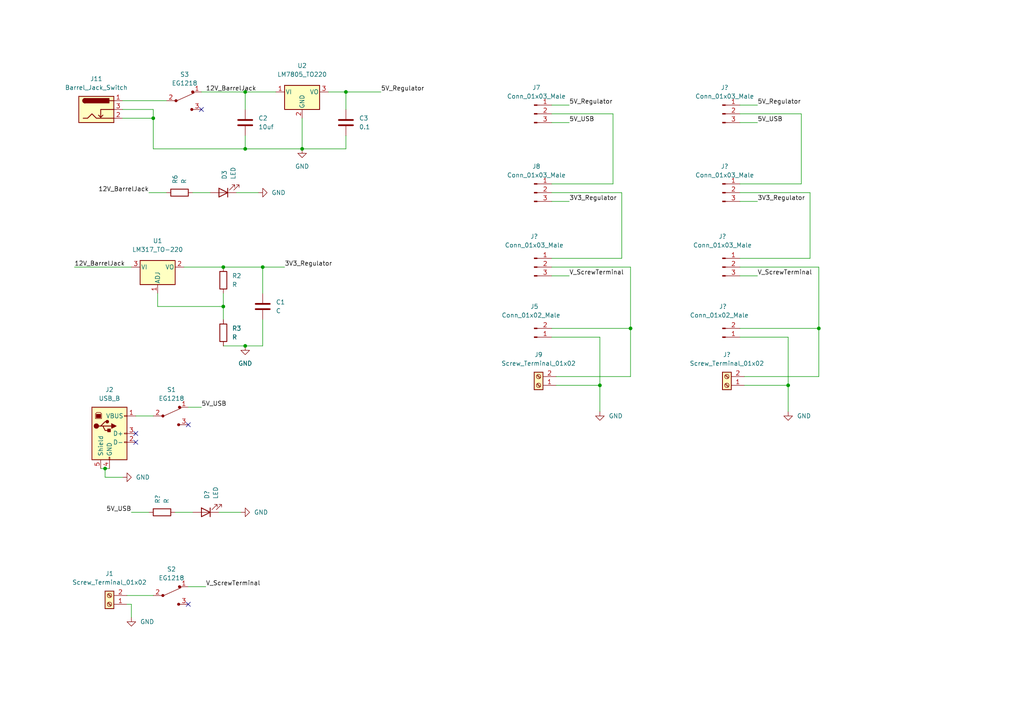
<source format=kicad_sch>
(kicad_sch (version 20211123) (generator eeschema)
  (paper "A4")
  (title_block (title "Breadboard Power Supply") (date "2023-02-18") (rev "v1") (comment 1 "with Barrel Jack, USB_B & Screw Terminal"))
  (lib_symbols
    (symbol "Connector:Barrel_Jack_Switch" (pin_names hide)
      (property "Reference" "J" (at 0 5.334 0))
      (property "Value" "Barrel_Jack_Switch" (at 0 -5.08 0))
      (symbol "Barrel_Jack_Switch_0_1"
        (rectangle (start -5.08 3.81) (end 5.08 -3.81) (stroke (width 0.254)) (fill (type background)))
        (arc (start -3.302 3.175) (mid -3.937 2.54) (end -3.302 1.905) (stroke (width 0.254)))
        (arc (start -3.302 3.175) (mid -3.937 2.54) (end -3.302 1.905) (stroke (width 0.254)) (fill (type outline)))
        (polyline (pts (xy 1.27 -2.286) (xy 1.905 -1.651)) (stroke (width 0.254)))
        (polyline (pts (xy 5.08 2.54) (xy 3.81 2.54)) (stroke (width 0.254)))
        (polyline (pts (xy 5.08 0) (xy 1.27 0) (xy 1.27 -2.286) (xy 0.635 -1.651)) (stroke (width 0.254)))
        (polyline (pts (xy -3.81 -2.54) (xy -2.54 -2.54) (xy -1.27 -1.27) (xy 0 -2.54) (xy 2.54 -2.54) (xy 5.08 -2.54)) (stroke (width 0.254)))
        (rectangle (start 3.683 3.175) (end -3.302 1.905) (stroke (width 0.254)) (fill (type outline)))
      )
      (symbol "Barrel_Jack_Switch_1_1"
        (pin passive line (at 7.62 2.54 180) (length 2.54) (name "~") (number "1"))
        (pin passive line (at 7.62 -2.54 180) (length 2.54) (name "~") (number "2"))
        (pin passive line (at 7.62 0 180) (length 2.54) (name "~") (number "3"))
      )
    )
    (symbol "Connector:Conn_01x02_Male" (pin_names (offset 1.016) hide)
      (property "Reference" "J" (at 0 2.54 0))
      (property "Value" "Conn_01x02_Male" (at 0 -5.08 0))
      (symbol "Conn_01x02_Male_1_1"
        (polyline (pts (xy 1.27 -2.54) (xy 0.8636 -2.54)) (stroke (width 0.1524)))
        (polyline (pts (xy 1.27 0) (xy 0.8636 0)) (stroke (width 0.1524)))
        (rectangle (start 0.8636 -2.413) (end 0 -2.667) (stroke (width 0.1524)) (fill (type outline)))
        (rectangle (start 0.8636 0.127) (end 0 -0.127) (stroke (width 0.1524)) (fill (type outline)))
        (pin passive line (at 5.08 0 180) (length 3.81) (name "Pin_1") (number "1"))
        (pin passive line (at 5.08 -2.54 180) (length 3.81) (name "Pin_2") (number "2"))
      )
    )
    (symbol "Connector:Conn_01x03_Male" (pin_names (offset 1.016) hide)
      (property "Reference" "J" (at 0 5.08 0))
      (property "Value" "Conn_01x03_Male" (at 0 -5.08 0))
      (symbol "Conn_01x03_Male_1_1"
        (polyline (pts (xy 1.27 -2.54) (xy 0.8636 -2.54)) (stroke (width 0.1524)))
        (polyline (pts (xy 1.27 0) (xy 0.8636 0)) (stroke (width 0.1524)))
        (polyline (pts (xy 1.27 2.54) (xy 0.8636 2.54)) (stroke (width 0.1524)))
        (rectangle (start 0.8636 -2.413) (end 0 -2.667) (stroke (width 0.1524)) (fill (type outline)))
        (rectangle (start 0.8636 0.127) (end 0 -0.127) (stroke (width 0.1524)) (fill (type outline)))
        (rectangle (start 0.8636 2.667) (end 0 2.413) (stroke (width 0.1524)) (fill (type outline)))
        (pin passive line (at 5.08 2.54 180) (length 3.81) (name "Pin_1") (number "1"))
        (pin passive line (at 5.08 0 180) (length 3.81) (name "Pin_2") (number "2"))
        (pin passive line (at 5.08 -2.54 180) (length 3.81) (name "Pin_3") (number "3"))
      )
    )
    (symbol "Connector:Screw_Terminal_01x02" (pin_names (offset 1.016) hide)
      (property "Reference" "J" (at 0 2.54 0))
      (property "Value" "Screw_Terminal_01x02" (at 0 -5.08 0))
      (symbol "Screw_Terminal_01x02_1_1"
        (rectangle (start -1.27 1.27) (end 1.27 -3.81) (stroke (width 0.254)) (fill (type background)))
        (circle (center 0 -2.54) (radius 0.635) (stroke (width 0.1524)))
        (polyline (pts (xy -0.5334 -2.2098) (xy 0.3302 -3.048)) (stroke (width 0.1524)))
        (polyline (pts (xy -0.5334 0.3302) (xy 0.3302 -0.508)) (stroke (width 0.1524)))
        (polyline (pts (xy -0.3556 -2.032) (xy 0.508 -2.8702)) (stroke (width 0.1524)))
        (polyline (pts (xy -0.3556 0.508) (xy 0.508 -0.3302)) (stroke (width 0.1524)))
        (circle (center 0 0) (radius 0.635) (stroke (width 0.1524)))
        (pin passive line (at -5.08 0 0) (length 3.81) (name "Pin_1") (number "1"))
        (pin passive line (at -5.08 -2.54 0) (length 3.81) (name "Pin_2") (number "2"))
      )
    )
    (symbol "Connector:USB_B" (pin_names (offset 1.016))
      (property "Reference" "J" (at -5.08 11.43 0))
      (property "Value" "USB_B" (at -5.08 8.89 0))
      (symbol "USB_B_0_1"
        (rectangle (start -5.08 -7.62) (end 5.08 7.62) (stroke (width 0.254)) (fill (type background)))
        (circle (center -3.81 2.159) (radius 0.635) (stroke (width 0.254)) (fill (type outline)))
        (rectangle (start -3.81 5.588) (end -2.54 4.572) (fill (type outline)))
        (circle (center -0.635 3.429) (radius 0.381) (stroke (width 0.254)) (fill (type outline)))
        (rectangle (start -0.127 -7.62) (end 0.127 -6.858))
        (polyline (pts (xy -1.905 2.159) (xy 0.635 2.159)) (stroke (width 0.254)))
        (polyline (pts (xy -3.175 2.159) (xy -2.54 2.159) (xy -1.27 3.429) (xy -0.635 3.429)) (stroke (width 0.254)))
        (polyline (pts (xy -2.54 2.159) (xy -1.905 2.159) (xy -1.27 0.889) (xy 0 0.889)) (stroke (width 0.254)))
        (polyline (pts (xy 0.635 2.794) (xy 0.635 1.524) (xy 1.905 2.159) (xy 0.635 2.794)) (stroke (width 0.254)) (fill (type outline)))
        (polyline (pts (xy -4.064 4.318) (xy -2.286 4.318) (xy -2.286 5.715) (xy -2.667 6.096) (xy -3.683 6.096) (xy -4.064 5.715) (xy -4.064 4.318)))
        (rectangle (start 0.254 1.27) (end -0.508 0.508) (stroke (width 0.254)) (fill (type outline)))
        (rectangle (start 5.08 -2.667) (end 4.318 -2.413))
        (rectangle (start 5.08 -0.127) (end 4.318 0.127))
        (rectangle (start 5.08 4.953) (end 4.318 5.207))
      )
      (symbol "USB_B_1_1"
        (pin power_out line (at 7.62 5.08 180) (length 2.54) (name "VBUS") (number "1"))
        (pin bidirectional line (at 7.62 -2.54 180) (length 2.54) (name "D-") (number "2"))
        (pin bidirectional line (at 7.62 0 180) (length 2.54) (name "D+") (number "3"))
        (pin power_out line (at 0 -10.16 90) (length 2.54) (name "GND") (number "4"))
        (pin passive line (at -2.54 -10.16 90) (length 2.54) (name "Shield") (number "5"))
      )
    )
    (symbol "Device:C" (pin_numbers hide) (pin_names (offset 0.254))
      (property "Reference" "C" (at 0.635 2.54 0))
      (property "Value" "C" (at 0.635 -2.54 0))
      (symbol "C_0_1"
        (polyline (pts (xy -2.032 -0.762) (xy 2.032 -0.762)) (stroke (width 0.508)))
        (polyline (pts (xy -2.032 0.762) (xy 2.032 0.762)) (stroke (width 0.508)))
      )
      (symbol "C_1_1"
        (pin passive line (at 0 3.81 270) (length 2.794) (name "~") (number "1"))
        (pin passive line (at 0 -3.81 90) (length 2.794) (name "~") (number "2"))
      )
    )
    (symbol "Device:LED" (pin_numbers hide) (pin_names (offset 1.016) hide)
      (property "Reference" "D" (at 0 2.54 0))
      (property "Value" "LED" (at 0 -2.54 0))
      (symbol "LED_0_1"
        (polyline (pts (xy -1.27 -1.27) (xy -1.27 1.27)) (stroke (width 0.254)))
        (polyline (pts (xy -1.27 0) (xy 1.27 0)))
        (polyline (pts (xy 1.27 -1.27) (xy 1.27 1.27) (xy -1.27 0) (xy 1.27 -1.27)) (stroke (width 0.254)))
        (polyline (pts (xy -3.048 -0.762) (xy -4.572 -2.286) (xy -3.81 -2.286) (xy -4.572 -2.286) (xy -4.572 -1.524)))
        (polyline (pts (xy -1.778 -0.762) (xy -3.302 -2.286) (xy -2.54 -2.286) (xy -3.302 -2.286) (xy -3.302 -1.524)))
      )
      (symbol "LED_1_1"
        (pin passive line (at -3.81 0 0) (length 2.54) (name "K") (number "1"))
        (pin passive line (at 3.81 0 180) (length 2.54) (name "A") (number "2"))
      )
    )
    (symbol "Device:R" (pin_numbers hide) (pin_names (offset 0))
      (property "Reference" "R" (at 2.032 0 90))
      (property "Value" "R" (at 0 0 90))
      (symbol "R_0_1"
        (rectangle (start -1.016 -2.54) (end 1.016 2.54) (stroke (width 0.254)))
      )
      (symbol "R_1_1"
        (pin passive line (at 0 3.81 270) (length 1.27) (name "~") (number "1"))
        (pin passive line (at 0 -3.81 90) (length 1.27) (name "~") (number "2"))
      )
    )
    (symbol "Regulator_Linear:LM317_TO-220" (pin_names (offset 0.254))
      (property "Reference" "U" (at -3.81 3.175 0))
      (property "Value" "LM317_TO-220" (at 0 3.175 0))
      (symbol "LM317_TO-220_0_1"
        (rectangle (start -5.08 1.905) (end 5.08 -5.08) (stroke (width 0.254)) (fill (type background)))
      )
      (symbol "LM317_TO-220_1_1"
        (pin input line (at 0 -7.62 90) (length 2.54) (name "ADJ") (number "1"))
        (pin power_out line (at 7.62 0 180) (length 2.54) (name "VO") (number "2"))
        (pin power_in line (at -7.62 0 0) (length 2.54) (name "VI") (number "3"))
      )
    )
    (symbol "Regulator_Linear:LM7805_TO220" (pin_names (offset 0.254))
      (property "Reference" "U" (at -3.81 3.175 0))
      (property "Value" "LM7805_TO220" (at 0 3.175 0))
      (symbol "LM7805_TO220_0_1"
        (rectangle (start -5.08 1.905) (end 5.08 -5.08) (stroke (width 0.254)) (fill (type background)))
      )
      (symbol "LM7805_TO220_1_1"
        (pin power_in line (at -7.62 0 0) (length 2.54) (name "VI") (number "1"))
        (pin power_in line (at 0 -7.62 90) (length 2.54) (name "GND") (number "2"))
        (pin power_out line (at 7.62 0 180) (length 2.54) (name "VO") (number "3"))
      )
    )
    (symbol "dk_Slide-Switches:EG1218" (pin_names (offset 0))
      (property "Reference" "S" (at -3.81 2.286 0))
      (property "Value" "EG1218" (at 0 -5.334 0))
      (symbol "EG1218_0_1"
        (circle (center -2.286 0) (radius 0.3556) (fill (type outline)))
        (polyline (pts (xy -2.032 0) (xy 3.048 2.286)))
        (circle (center 2.286 -2.54) (radius 0.3556) (fill (type outline)))
        (circle (center 2.54 2.54) (radius 0.3556) (fill (type outline)))
      )
      (symbol "EG1218_1_1"
        (pin passive line (at 5.08 2.54 180) (length 2.54) (name "~") (number "1"))
        (pin passive line (at -5.08 0 0) (length 2.54) (name "~") (number "2"))
        (pin passive line (at 5.08 -2.54 180) (length 2.54) (name "~") (number "3"))
      )
    )
    (symbol "power:GND" (power) (pin_names (offset 0))
      (property "Value" "GND" (at 0 -3.81 0))
      (symbol "GND_0_1"
        (polyline (pts (xy 0 0) (xy 0 -1.27) (xy 1.27 -1.27) (xy 0 -2.54) (xy -1.27 -1.27) (xy 0 -1.27)))
      )
      (symbol "GND_1_1"
        (pin power_in line (at 0 0 270) (length 0) hide (name "GND") (number "1"))
      )
    )
  )
  (junction (at 237.49 95.25))
  (junction (at 76.2 77.47))
  (junction (at 71.12 26.67))
  (junction (at 87.63 43.18))
  (junction (at 100.33 26.67))
  (junction (at 30.48 135.89))
  (junction (at 64.77 88.9))
  (junction (at 64.77 77.47))
  (junction (at 173.99 111.76))
  (junction (at 182.88 95.25))
  (junction (at 71.12 43.18))
  (junction (at 228.6 111.76))
  (junction (at 71.12 100.33))
  (junction (at 44.45 34.29))
  (no_connect (at 39.37 128.27))
  (no_connect (at 39.37 125.73))
  (no_connect (at 58.42 31.75))
  (no_connect (at 54.61 175.26))
  (no_connect (at 54.61 123.19))
  (wire (pts (xy 160.02 97.79) (xy 173.99 97.79)))
  (wire (pts (xy 30.48 138.43) (xy 35.56 138.43)))
  (wire (pts (xy 63.5 148.59) (xy 69.85 148.59)))
  (wire (pts (xy 38.1 148.59) (xy 43.18 148.59)))
  (wire (pts (xy 38.1 175.26) (xy 38.1 179.07)))
  (wire (pts (xy 161.29 109.22) (xy 182.88 109.22)))
  (wire (pts (xy 173.99 111.76) (xy 173.99 119.38)))
  (wire (pts (xy 43.18 55.88) (xy 48.26 55.88)))
  (wire (pts (xy 232.41 53.34) (xy 214.63 53.34)))
  (wire (pts (xy 161.29 111.76) (xy 173.99 111.76)))
  (wire (pts (xy 160.02 77.47) (xy 182.88 77.47)))
  (wire (pts (xy 58.42 26.67) (xy 71.12 26.67)))
  (wire (pts (xy 182.88 109.22) (xy 182.88 95.25)))
  (wire (pts (xy 71.12 26.67) (xy 80.01 26.67)))
  (wire (pts (xy 160.02 95.25) (xy 182.88 95.25)))
  (wire (pts (xy 64.77 85.09) (xy 64.77 88.9)))
  (wire (pts (xy 54.61 170.18) (xy 59.69 170.18)))
  (wire (pts (xy 215.9 109.22) (xy 237.49 109.22)))
  (wire (pts (xy 35.56 31.75) (xy 44.45 31.75)))
  (wire (pts (xy 64.77 77.47) (xy 76.2 77.47)))
  (wire (pts (xy 180.34 55.88) (xy 180.34 74.93)))
  (wire (pts (xy 228.6 111.76) (xy 228.6 119.38)))
  (wire (pts (xy 76.2 77.47) (xy 82.55 77.47)))
  (wire (pts (xy 214.63 97.79) (xy 228.6 97.79)))
  (wire (pts (xy 76.2 77.47) (xy 76.2 85.09)))
  (wire (pts (xy 237.49 109.22) (xy 237.49 95.25)))
  (wire (pts (xy 100.33 39.37) (xy 100.33 43.18)))
  (wire (pts (xy 160.02 80.01) (xy 165.1 80.01)))
  (wire (pts (xy 100.33 26.67) (xy 110.49 26.67)))
  (wire (pts (xy 36.83 172.72) (xy 44.45 172.72)))
  (wire (pts (xy 45.72 85.09) (xy 45.72 88.9)))
  (wire (pts (xy 160.02 58.42) (xy 165.1 58.42)))
  (wire (pts (xy 214.63 55.88) (xy 234.95 55.88)))
  (wire (pts (xy 76.2 92.71) (xy 76.2 100.33)))
  (wire (pts (xy 234.95 74.93) (xy 214.63 74.93)))
  (wire (pts (xy 214.63 80.01) (xy 219.71 80.01)))
  (wire (pts (xy 30.48 135.89) (xy 31.75 135.89)))
  (wire (pts (xy 71.12 100.33) (xy 76.2 100.33)))
  (wire (pts (xy 64.77 100.33) (xy 71.12 100.33)))
  (wire (pts (xy 177.8 33.02) (xy 177.8 53.34)))
  (wire (pts (xy 44.45 31.75) (xy 44.45 34.29)))
  (wire (pts (xy 214.63 77.47) (xy 237.49 77.47)))
  (wire (pts (xy 180.34 74.93) (xy 160.02 74.93)))
  (wire (pts (xy 234.95 55.88) (xy 234.95 74.93)))
  (wire (pts (xy 71.12 26.67) (xy 71.12 31.75)))
  (wire (pts (xy 50.8 148.59) (xy 55.88 148.59)))
  (wire (pts (xy 100.33 26.67) (xy 100.33 31.75)))
  (wire (pts (xy 160.02 55.88) (xy 180.34 55.88)))
  (wire (pts (xy 214.63 33.02) (xy 232.41 33.02)))
  (wire (pts (xy 71.12 43.18) (xy 87.63 43.18)))
  (wire (pts (xy 182.88 77.47) (xy 182.88 95.25)))
  (wire (pts (xy 215.9 111.76) (xy 228.6 111.76)))
  (wire (pts (xy 44.45 34.29) (xy 44.45 43.18)))
  (wire (pts (xy 71.12 43.18) (xy 44.45 43.18)))
  (wire (pts (xy 173.99 97.79) (xy 173.99 111.76)))
  (wire (pts (xy 68.58 55.88) (xy 74.93 55.88)))
  (wire (pts (xy 95.25 26.67) (xy 100.33 26.67)))
  (wire (pts (xy 45.72 88.9) (xy 64.77 88.9)))
  (wire (pts (xy 87.63 43.18) (xy 100.33 43.18)))
  (wire (pts (xy 55.88 55.88) (xy 60.96 55.88)))
  (wire (pts (xy 214.63 35.56) (xy 219.71 35.56)))
  (wire (pts (xy 39.37 120.65) (xy 44.45 120.65)))
  (wire (pts (xy 228.6 97.79) (xy 228.6 111.76)))
  (wire (pts (xy 214.63 95.25) (xy 237.49 95.25)))
  (wire (pts (xy 177.8 53.34) (xy 160.02 53.34)))
  (wire (pts (xy 71.12 39.37) (xy 71.12 43.18)))
  (wire (pts (xy 160.02 35.56) (xy 165.1 35.56)))
  (wire (pts (xy 35.56 29.21) (xy 48.26 29.21)))
  (wire (pts (xy 54.61 118.11) (xy 58.42 118.11)))
  (wire (pts (xy 87.63 34.29) (xy 87.63 43.18)))
  (wire (pts (xy 38.1 175.26) (xy 36.83 175.26)))
  (wire (pts (xy 160.02 30.48) (xy 165.1 30.48)))
  (wire (pts (xy 53.34 77.47) (xy 64.77 77.47)))
  (wire (pts (xy 29.21 135.89) (xy 30.48 135.89)))
  (wire (pts (xy 214.63 30.48) (xy 219.71 30.48)))
  (wire (pts (xy 214.63 58.42) (xy 219.71 58.42)))
  (wire (pts (xy 232.41 33.02) (xy 232.41 53.34)))
  (wire (pts (xy 160.02 33.02) (xy 177.8 33.02)))
  (wire (pts (xy 237.49 77.47) (xy 237.49 95.25)))
  (wire (pts (xy 64.77 88.9) (xy 64.77 92.71)))
  (wire (pts (xy 30.48 135.89) (xy 30.48 138.43)))
  (wire (pts (xy 35.56 34.29) (xy 44.45 34.29)))
  (wire (pts (xy 21.59 77.47) (xy 38.1 77.47)))
  (label "5V_USB" (at 58.42 118.11 0))
  (label "5V_Regulator" (at 165.1 30.48 0))
  (label "3V3_Regulator" (at 82.55 77.47 0))
  (label "V_ScrewTerminal" (at 165.1 80.01 0))
  (label "5V_USB" (at 38.1 148.59 180))
  (label "5V_USB" (at 165.1 35.56 0))
  (label "V_ScrewTerminal" (at 59.69 170.18 0))
  (label "V_ScrewTerminal" (at 219.71 80.01 0))
  (label "3V3_Regulator" (at 165.1 58.42 0))
  (label "12V_BarrelJack" (at 59.69 26.67 0))
  (label "12V_BarrelJack" (at 43.18 55.88 180))
  (label "5V_Regulator" (at 110.49 26.67 0))
  (label "5V_USB" (at 219.71 35.56 0))
  (label "12V_BarrelJack" (at 21.59 77.47 0))
  (label "3V3_Regulator" (at 219.71 58.42 0))
  (label "5V_Regulator" (at 219.71 30.48 0))
  (symbol (lib_id "Connector:Conn_01x03_Male") (at 209.55 77.47 0) (unit 1)
    (property "Reference" "J?" (at 209.55 68.58 0))
    (property "Value" "Conn_01x03_Male" (at 209.55 71.12 0))
  )
  (symbol (lib_id "Connector:Conn_01x03_Male") (at 154.94 55.88 0) (unit 1)
    (property "Reference" "J8" (at 155.575 48.26 0))
    (property "Value" "Conn_01x03_Male" (at 155.575 50.8 0))
  )
  (symbol (lib_id "Device:C") (at 100.33 35.56 0) (unit 1)
    (property "Reference" "C3" (at 104.14 34.2899 0) (effects (justify left)))
    (property "Value" "0.1" (at 104.14 36.8299 0) (effects (justify left)))
  )
  (symbol (lib_id "Device:R") (at 64.77 96.52 0) (unit 1)
    (property "Reference" "R3" (at 67.31 95.2499 0) (effects (justify left)))
    (property "Value" "R" (at 67.31 97.7899 0) (effects (justify left)))
  )
  (symbol (lib_id "Device:R") (at 52.07 55.88 90) (unit 1)
    (property "Reference" "R6" (at 50.7999 53.34 0) (effects (justify left)))
    (property "Value" "R" (at 53.3399 53.34 0) (effects (justify left)))
  )
  (symbol (lib_id "Device:R") (at 64.77 81.28 0) (unit 1)
    (property "Reference" "R2" (at 67.31 80.0099 0) (effects (justify left)))
    (property "Value" "R" (at 67.31 82.5499 0) (effects (justify left)))
  )
  (symbol (lib_id "power:GND") (at 74.93 55.88 90) (unit 1)
    (property "Reference" "#PWR?" (effects hide))
    (property "Value" "GND" (at 78.74 55.8799 90) (effects (justify right)))
  )
  (symbol (lib_id "Connector:Screw_Terminal_01x02") (at 156.21 111.76 180) (unit 1)
    (property "Reference" "J9" (at 156.21 102.87 0))
    (property "Value" "Screw_Terminal_01x02" (at 156.21 105.41 0))
  )
  (symbol (lib_id "dk_Slide-Switches:EG1218") (at 53.34 29.21 0) (unit 1)
    (property "Reference" "S3" (at 53.5432 21.59 0))
    (property "Value" "EG1218" (at 53.5432 24.13 0))
    (property "Footprint" "digikey-footprints:Switch_Slide_11.6x4mm_EG1218" (effects hide))
    (property "Datasheet" "http://spec_sheets.e-switch.com/specs/P040040.pdf" (effects hide))
    (property "Digi-Key_PN" "EG1903-ND" (effects hide))
    (property "MPN" "EG1218" (effects hide))
    (property "Category" "Switches" (effects hide))
    (property "Family" "Slide Switches" (effects hide))
    (property "DK_Datasheet_Link" "http://spec_sheets.e-switch.com/specs/P040040.pdf" (effects hide))
    (property "DK_Detail_Page" "/product-detail/en/e-switch/EG1218/EG1903-ND/101726" (effects hide))
    (property "Description" "SWITCH SLIDE SPDT 200MA 30V" (effects hide))
    (property "Manufacturer" "E-Switch" (effects hide))
    (property "Status" "Active" (effects hide))
  )
  (symbol (lib_id "Device:LED") (at 64.77 55.88 180) (unit 1)
    (property "Reference" "D3" (at 65.0874 52.07 90) (effects (justify right)))
    (property "Value" "LED" (at 67.6274 52.07 90) (effects (justify right)))
  )
  (symbol (lib_id "dk_Slide-Switches:EG1218") (at 49.53 172.72 0) (unit 1)
    (property "Reference" "S2" (at 49.7332 165.1 0))
    (property "Value" "EG1218" (at 49.7332 167.64 0))
    (property "Footprint" "digikey-footprints:Switch_Slide_11.6x4mm_EG1218" (effects hide))
    (property "Datasheet" "http://spec_sheets.e-switch.com/specs/P040040.pdf" (effects hide))
    (property "Digi-Key_PN" "EG1903-ND" (effects hide))
    (property "MPN" "EG1218" (effects hide))
    (property "Category" "Switches" (effects hide))
    (property "Family" "Slide Switches" (effects hide))
    (property "DK_Datasheet_Link" "http://spec_sheets.e-switch.com/specs/P040040.pdf" (effects hide))
    (property "DK_Detail_Page" "/product-detail/en/e-switch/EG1218/EG1903-ND/101726" (effects hide))
    (property "Description" "SWITCH SLIDE SPDT 200MA 30V" (effects hide))
    (property "Manufacturer" "E-Switch" (effects hide))
    (property "Status" "Active" (effects hide))
  )
  (symbol (lib_id "Connector:Conn_01x02_Male") (at 154.94 97.79 0) (mirror x) (unit 1)
    (property "Reference" "J5" (at 156.21 88.9 0) (effects (justify right)))
    (property "Value" "Conn_01x02_Male" (at 162.56 91.44 0) (effects (justify right)))
  )
  (symbol (lib_id "Connector:Conn_01x03_Male") (at 209.55 55.88 0) (unit 1)
    (property "Reference" "J?" (at 210.185 48.26 0))
    (property "Value" "Conn_01x03_Male" (at 210.185 50.8 0))
  )
  (symbol (lib_id "Connector:USB_B") (at 31.75 125.73 0) (unit 1)
    (property "Reference" "J2" (at 31.75 113.03 0))
    (property "Value" "USB_B" (at 31.75 115.57 0))
    (property "Datasheet" " ~" (effects hide))
  )
  (symbol (lib_id "Connector:Conn_01x03_Male") (at 154.94 77.47 0) (unit 1)
    (property "Reference" "J?" (at 154.94 68.58 0))
    (property "Value" "Conn_01x03_Male" (at 154.94 71.12 0))
  )
  (symbol (lib_id "Device:R") (at 46.99 148.59 90) (unit 1)
    (property "Reference" "R?" (at 45.7199 146.05 0) (effects (justify left)))
    (property "Value" "R" (at 48.2599 146.05 0) (effects (justify left)))
  )
  (symbol (lib_id "power:GND") (at 71.12 100.33 0) (unit 1)
    (property "Reference" "#PWR?" (effects hide))
    (property "Value" "GND" (at 71.12 105.41 0))
  )
  (symbol (lib_id "Connector:Conn_01x02_Male") (at 209.55 97.79 0) (mirror x) (unit 1)
    (property "Reference" "J?" (at 210.82 88.9 0) (effects (justify right)))
    (property "Value" "Conn_01x02_Male" (at 217.17 91.44 0) (effects (justify right)))
  )
  (symbol (lib_id "dk_Slide-Switches:EG1218") (at 49.53 120.65 0) (unit 1)
    (property "Reference" "S1" (at 49.7332 113.03 0))
    (property "Value" "EG1218" (at 49.7332 115.57 0))
    (property "Footprint" "digikey-footprints:Switch_Slide_11.6x4mm_EG1218" (effects hide))
    (property "Datasheet" "http://spec_sheets.e-switch.com/specs/P040040.pdf" (effects hide))
    (property "Digi-Key_PN" "EG1903-ND" (effects hide))
    (property "MPN" "EG1218" (effects hide))
    (property "Category" "Switches" (effects hide))
    (property "Family" "Slide Switches" (effects hide))
    (property "DK_Datasheet_Link" "http://spec_sheets.e-switch.com/specs/P040040.pdf" (effects hide))
    (property "DK_Detail_Page" "/product-detail/en/e-switch/EG1218/EG1903-ND/101726" (effects hide))
    (property "Description" "SWITCH SLIDE SPDT 200MA 30V" (effects hide))
    (property "Manufacturer" "E-Switch" (effects hide))
    (property "Status" "Active" (effects hide))
  )
  (symbol (lib_id "Connector:Conn_01x03_Male") (at 154.94 33.02 0) (unit 1)
    (property "Reference" "J7" (at 155.575 25.4 0))
    (property "Value" "Conn_01x03_Male" (at 155.575 27.94 0))
  )
  (symbol (lib_id "Device:LED") (at 59.69 148.59 180) (unit 1)
    (property "Reference" "D?" (at 60.0074 144.78 90) (effects (justify right)))
    (property "Value" "LED" (at 62.5474 144.78 90) (effects (justify right)))
  )
  (symbol (lib_id "power:GND") (at 87.63 43.18 0) (unit 1)
    (property "Reference" "#PWR?" (effects hide))
    (property "Value" "GND" (at 87.63 48.26 0))
  )
  (symbol (lib_id "power:GND") (at 173.99 119.38 0) (unit 1)
    (property "Reference" "#PWR?" (effects hide))
    (property "Value" "GND" (at 176.53 120.6499 0) (effects (justify left)))
  )
  (symbol (lib_id "Connector:Barrel_Jack_Switch") (at 27.94 31.75 0) (unit 1)
    (property "Reference" "J11" (at 27.94 22.86 0))
    (property "Value" "Barrel_Jack_Switch" (at 27.94 25.4 0))
  )
  (symbol (lib_id "power:GND") (at 228.6 119.38 0) (unit 1)
    (property "Reference" "#PWR?" (effects hide))
    (property "Value" "GND" (at 231.14 120.6499 0) (effects (justify left)))
  )
  (symbol (lib_id "Connector:Screw_Terminal_01x02") (at 210.82 111.76 180) (unit 1)
    (property "Reference" "J?" (at 210.82 102.87 0))
    (property "Value" "Screw_Terminal_01x02" (at 210.82 105.41 0))
  )
  (symbol (lib_id "Connector:Screw_Terminal_01x02") (at 31.75 175.26 180) (unit 1)
    (property "Reference" "J1" (at 31.75 166.37 0))
    (property "Value" "Screw_Terminal_01x02" (at 31.75 168.91 0))
  )
  (symbol (lib_id "power:GND") (at 35.56 138.43 90) (unit 1)
    (property "Reference" "#PWR?" (effects hide))
    (property "Value" "GND" (at 39.37 138.4299 90) (effects (justify right)))
  )
  (symbol (lib_id "Device:C") (at 76.2 88.9 0) (unit 1)
    (property "Reference" "C1" (at 80.01 87.6299 0) (effects (justify left)))
    (property "Value" "C" (at 80.01 90.1699 0) (effects (justify left)))
  )
  (symbol (lib_id "Regulator_Linear:LM317_TO-220") (at 45.72 77.47 0) (unit 1)
    (property "Reference" "U1" (at 45.72 69.85 0))
    (property "Value" "LM317_TO-220" (at 45.72 72.39 0))
    (property "Footprint" "Package_TO_SOT_THT:TO-220-3_Vertical" (effects hide))
    (property "Datasheet" "http://www.ti.com/lit/ds/symlink/lm317.pdf" (effects hide))
  )
  (symbol (lib_id "Device:C") (at 71.12 35.56 0) (unit 1)
    (property "Reference" "C2" (at 74.93 34.2899 0) (effects (justify left)))
    (property "Value" "10uf" (at 74.93 36.8299 0) (effects (justify left)))
  )
  (symbol (lib_id "Regulator_Linear:LM7805_TO220") (at 87.63 26.67 0) (unit 1)
    (property "Reference" "U2" (at 87.63 19.05 0))
    (property "Value" "LM7805_TO220" (at 87.63 21.59 0))
    (property "Footprint" "Package_TO_SOT_THT:TO-220-3_Vertical" (effects hide))
    (property "Datasheet" "https://www.onsemi.cn/PowerSolutions/document/MC7800-D.PDF" (effects hide))
  )
  (symbol (lib_id "Connector:Conn_01x03_Male") (at 209.55 33.02 0) (unit 1)
    (property "Reference" "J?" (at 210.185 25.4 0))
    (property "Value" "Conn_01x03_Male" (at 210.185 27.94 0))
  )
  (symbol (lib_id "power:GND") (at 38.1 179.07 0) (unit 1)
    (property "Reference" "#PWR?" (effects hide))
    (property "Value" "GND" (at 40.64 180.3399 0) (effects (justify left)))
  )
  (symbol (lib_id "power:GND") (at 69.85 148.59 90) (unit 1)
    (property "Reference" "#PWR?" (effects hide))
    (property "Value" "GND" (at 73.66 148.5899 90) (effects (justify right)))
  )
)
</source>
